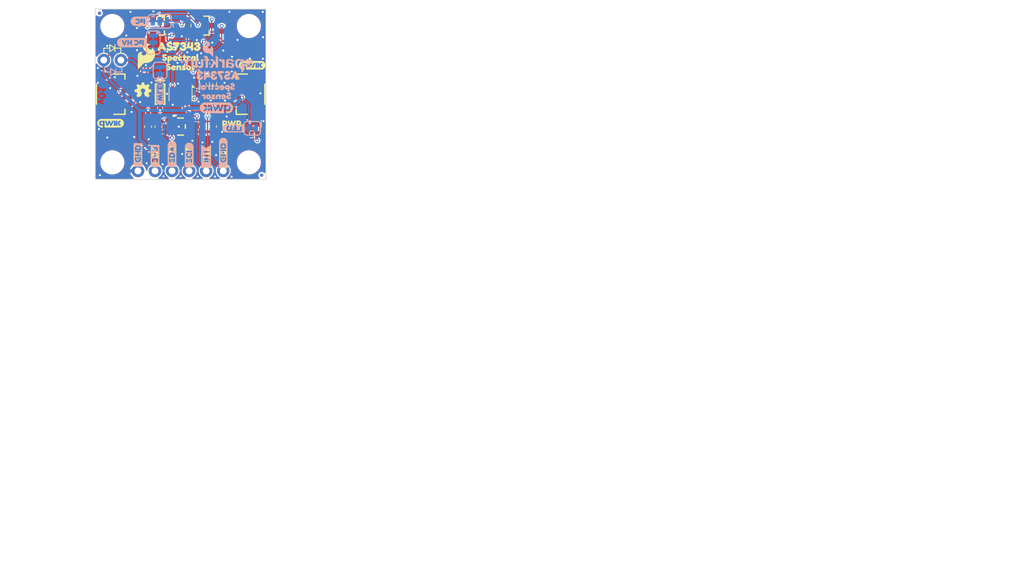
<source format=kicad_pcb>
(kicad_pcb (version 20240108) (generator "pcbnew") (generator_version "8.0")
  (title_block (title "SparkFun Spectral Sensor Breakout AS7353 Qwiic") (date "2025-04-01") (rev "v01") (company "SparkFun Electronics") (comment 1 "Based off the AS726X Qwiic by N. Seidle") (comment 2 "Designed by: P. Lewis"))
  (layers (0 "F.Cu" signal) (31 "B.Cu" signal) (34 "B.Paste" user) (35 "F.Paste" user) (36 "B.SilkS" user "B.Silkscreen") (37 "F.SilkS" user "F.Silkscreen") (38 "B.Mask" user) (39 "F.Mask" user) (44 "Edge.Cuts" user))
  (net 0 "")
  (net 1 "3.3V")
  (net 2 "GND")
  (net 3 "Net-(D1-A)")
  (net 4 "SDA")
  (net 5 "SCL")
  (net 10 "Net-(JP1-A)")
  (net 11 "Net-(JP2-A)")
  (net 12 "Net-(JP2-C)")
  (net 13 "Net-(JP4-C)")
  (net 14 "~{INT}")
  (net 15 "GPIO")
  (net 16 "1V8")
  (net 17 "SDA_1V8")
  (net 19 "Net-(U2-VDD)")
  (net 20 "SCL_1V8")
  (net 21 "Net-(D2-K)")
  (net 22 "Net-(D3-K)")
  (net 23 "Net-(JP4-A)")
  (footprint "kibuzzard-67ED7158" (layer "F.Cu") (at 129.616 107.15475 90)
    (property "Reference" "kibuzzard-67ED7158" (hide yes))
    (property "Value" "G***" (hide yes))
  )
  (footprint "SparkFun-Capacitor:C_0603_1608Metric" (layer "F.Cu") (at 140.792 102.932 -90)
    (property "Reference" "C6")
    (property "Value" "4.7uF")
    (pad "1" smd roundrect (at -0.775 0 270) (size 0.9 0.95) (layers "F.Cu" "F.Paste" "F.Mask") (net 16 "1V8"))
    (pad "2" smd roundrect (at 0.775 0 270) (size 0.9 0.95) (layers "F.Cu" "F.Paste" "F.Mask") (net 2 "GND"))
  )
  (footprint "SparkFun-Capacitor:C_0603_1608Metric" (layer "F.Cu") (at 139.268 96.582 -90)
    (property "Reference" "C3")
    (property "Value" "1.0uF")
    (pad "1" smd roundrect (at -0.775 0 270) (size 0.9 0.95) (layers "F.Cu" "F.Paste" "F.Mask") (net 2 "GND"))
    (pad "2" smd roundrect (at 0.775 0 270) (size 0.9 0.95) (layers "F.Cu" "F.Paste" "F.Mask") (net 19 "Net-(U2-VDD)"))
  )
  (footprint "SparkFun-Resistor:R_0603_1608Metric" (layer "F.Cu") (at 140.792 96.582 -90)
    (property "Reference" "R1")
    (property "Value" "22")
    (pad "1" smd roundrect (at -0.825 0 270) (size 0.8 0.95) (layers "F.Cu" "F.Paste" "F.Mask") (net 16 "1V8"))
    (pad "2" smd roundrect (at 0.825 0 270) (size 0.8 0.95) (layers "F.Cu" "F.Paste" "F.Mask") (net 19 "Net-(U2-VDD)"))
  )
  (footprint "AS7343:LUXEON_3014_SMD_LED" (layer "F.Cu") (at 132.918 98.106 90)
    (property "Reference" "D2")
    (property "Value" "White")
    (pad "1" smd rect (at 0.827 0 180) (size 0.8 1.9) (layers "F.Cu" "F.Mask") (net 21 "Net-(D2-K)"))
    (pad "2" smd rect (at -1.2 0 180) (size 0.8 1) (layers "F.Cu" "F.Mask") (net 1 "3.3V"))
  )
  (footprint "SparkFun-Aesthetic:qwiic_4mm" (layer "F.Cu") (at 125.552 102.424)
    (property "Reference" "G***" (hide yes))
    (property "Value" "LOGO" (hide yes))
  )
  (footprint "SparkFun-Capacitor:C_0603_1608Metric" (layer "F.Cu") (at 140.792 93.534 90)
    (property "Reference" "C4")
    (property "Value" "4.7uF")
    (pad "1" smd roundrect (at -0.775 0 90) (size 0.9 0.95) (layers "F.Cu" "F.Paste" "F.Mask") (net 16 "1V8"))
    (pad "2" smd roundrect (at 0.775 0 90) (size 0.9 0.95) (layers "F.Cu" "F.Paste" "F.Mask") (net 2 "GND"))
  )
  (footprint "SparkFun-LED:LED_0603_1608Metric_Red" (layer "F.Cu") (at 146.5705 102.4875 180)
    (property "Reference" "D1")
    (property "Value" "Red")
    (pad "1" smd roundrect (at -0.7875 0 180) (size 0.875 0.95) (layers "F.Cu" "F.Paste" "F.Mask") (net 2 "GND"))
    (pad "2" smd roundrect (at 0.7875 0 180) (size 0.875 0.95) (layers "F.Cu" "F.Paste" "F.Mask") (net 3 "Net-(D1-A)"))
  )
  (footprint "SparkFun-Aesthetic:Fiducial_0.5mm_Mask1mm" (layer "F.Cu") (at 123.901 86.041)
    (property "Reference" "FID3")
    (property "Value" "Fiducial_0.5mm")
    (pad "" smd circle (at 0 0) (size 0.5 0.5) (layers "F.Cu" "F.Mask") (clearance 0.25))
  )
  (footprint "SparkFun-Connector:1x06" (layer "F.Cu") (at 129.616 109.536)
    (property "Reference" "J3")
    (property "Value" "Conn_01x06")
    (pad "1" thru_hole circle (at 0 0 90) (size 1.8796 1.8796) (drill 1.016) (layers "*.Cu" "*.Mask") (net 2 "GND") (thermal_bridge_width 0.5))
    (pad "2" thru_hole circle (at 2.54 0 90) (size 1.8796 1.8796) (drill 1.016) (layers "*.Cu" "*.Mask") (net 1 "3.3V") (thermal_bridge_width 0.4) (thermal_gap 0.08))
    (pad "3" thru_hole circle (at 5.08 0 90) (size 1.8796 1.8796) (drill 1.016) (layers "*.Cu" "*.Mask") (net 4 "SDA"))
    (pad "4" thru_hole circle (at 7.62 0 90) (size 1.8796 1.8796) (drill 1.016) (layers "*.Cu" "*.Mask") (net 5 "SCL"))
    (pad "5" thru_hole circle (at 10.16 0 90) (size 1.8796 1.8796) (drill 1.016) (layers "*.Cu" "*.Mask") (net 15 "GPIO") (thermal_bridge_width 0.4) (thermal_gap 0.08))
    (pad "6" thru_hole circle (at 12.7 0 90) (size 1.8796 1.8796) (drill 1.016) (layers "*.Cu" "*.Mask") (net 14 "~{INT}"))
  )
  (footprint "SparkFun-Resistor:R_0603_1608Metric" (layer "F.Cu") (at 140.03 100.646)
    (property "Reference" "R2")
    (property "Value" "10k")
    (pad "1" smd roundrect (at -0.825 0) (size 0.8 0.95) (layers "F.Cu" "F.Paste" "F.Mask") (net 14 "~{INT}"))
    (pad "2" smd roundrect (at 0.825 0) (size 0.8 0.95) (layers "F.Cu" "F.Paste" "F.Mask") (net 16 "1V8"))
  )
  (footprint "kibuzzard-67ED694E" (layer "F.Cu") (at 139.776 107.377 90)
    (property "Reference" "kibuzzard-67ED694E" (hide yes))
    (property "Value" "G***" (hide yes))
  )
  (footprint "SparkFun-Semiconductor-Standard:SOT23-5" (layer "F.Cu") (at 135.966 102.932)
    (property "Reference" "U1")
    (property "Value" "RT9080-1.8V")
    (pad "1" smd rect (at -1.3001 -0.95 270) (size 0.55 1.2) (layers "F.Cu" "F.Paste" "F.Mask") (net 1 "3.3V"))
    (pad "2" smd rect (at -1.3001 0 270) (size 0.55 1.2) (layers "F.Cu" "F.Paste" "F.Mask") (net 2 "GND"))
    (pad "3" smd rect (at -1.3001 0.95 270) (size 0.55 1.2) (layers "F.Cu" "F.Paste" "F.Mask") (net 1 "3.3V"))
    (pad "4" smd rect (at 1.3001 0.95 270) (size 0.55 1.2) (layers "F.Cu" "F.Paste" "F.Mask"))
    (pad "5" smd rect (at 1.3001 -0.95 270) (size 0.55 1.2) (layers "F.Cu" "F.Paste" "F.Mask") (net 16 "1V8"))
  )
  (footprint "SparkFun-Connector:JST_SMD_1.0mm-4_Black" (layer "F.Cu") (at 143.9035 98.106 90)
    (property "Reference" "J1")
    (property "Value" "Qwiic_RA")
    (pad "1" smd rect (at -1.5 0 90) (size 0.6 1.35) (layers "F.Cu" "F.Paste" "F.Mask") (net 2 "GND"))
    (pad "2" smd rect (at -0.5 0 90) (size 0.6 1.35) (layers "F.Cu" "F.Paste" "F.Mask") (net 1 "3.3V"))
    (pad "3" smd rect (at 0.5 0 90) (size 0.6 1.35) (layers "F.Cu" "F.Paste" "F.Mask") (net 4 "SDA"))
    (pad "4" smd rect (at 1.5 0 90) (size 0.6 1.35) (layers "F.Cu" "F.Paste" "F.Mask") (net 5 "SCL"))
    (pad "NC1" smd rect (at 2.8 3.675 90) (size 1.2 2) (layers "F.Cu" "F.Paste" "F.Mask"))
    (pad "NC2" smd rect (at -2.8 3.675 90) (size 1.2 2) (layers "F.Cu" "F.Paste" "F.Mask"))
  )
  (footprint "SparkFun-Hardware:Standoff" (layer "F.Cu") (at 146.126 108.266)
    (property "Reference" "ST3")
    (property "Value" "Standoff")
    (pad "" np_thru_hole circle (at 0 0) (size 3.1 3.1) (drill 3.1) (layers "F&B.Cu" "*.Mask"))
  )
  (footprint "SparkFun-Aesthetic:OSHW_Logo_2.5mm" (layer "F.Cu") (at 130.378 97.598)
    (property "Reference" "Ref**" (hide yes))
    (property "Value" "Val**" (hide yes))
  )
  (footprint "SparkFun-Aesthetic:Fiducial_0.5mm_Mask1mm" (layer "F.Cu") (at 148.031 110.171)
    (property "Reference" "FID4")
    (property "Value" "Fiducial_0.5mm")
    (pad "" smd circle (at 0 0) (size 0.5 0.5) (layers "F.Cu" "F.Mask") (clearance 0.25))
  )
  (footprint "AS7343:AMS_OLGA-8_2x3.1mm_P0.8mm" (layer "F.Cu") (at 135.966 98.106 -90)
    (property "Reference" "U2")
    (property "Value" "AS7343")
    (pad "1" smd roundrect (at -0.638 -1.2 270) (size 0.575 0.488) (layers "F.Cu" "F.Paste" "F.Mask") (roundrect_rratio 0) (chamfer_ratio 0.3625) (chamfer bottom_right) (net 19 "Net-(U2-VDD)"))
    (pad "2" smd rect (at -0.638 -0.4 270) (size 0.575 0.488) (layers "F.Cu" "F.Paste" "F.Mask") (net 20 "SCL_1V8"))
    (pad "3" smd rect (at -0.638 0.4 270) (size 0.575 0.488) (layers "F.Cu" "F.Paste" "F.Mask") (net 2 "GND"))
    (pad "4" smd rect (at -0.638 1.2 270) (size 0.575 0.488) (layers "F.Cu" "F.Paste" "F.Mask") (net 22 "Net-(D3-K)"))
    (pad "5" smd rect (at 0.638 1.2 270) (size 0.575 0.488) (layers "F.Cu" "F.Paste" "F.Mask") (net 2 "GND"))
    (pad "6" smd rect (at 0.638 0.4 270) (size 0.575 0.488) (layers "F.Cu" "F.Paste" "F.Mask") (net 15 "GPIO"))
    (pad "7" smd rect (at 0.638 -0.4 270) (size 0.575 0.488) (layers "F.Cu" "F.Paste" "F.Mask") (net 14 "~{INT}"))
    (pad "8" smd rect (at 0.638 -1.2 270) (size 0.575 0.488) (layers "F.Cu" "F.Paste" "F.Mask") (net 17 "SDA_1V8"))
  )
  (footprint "kibuzzard-67ED6905" (layer "F.Cu") (at 137.236 107.15475 90)
    (property "Reference" "kibuzzard-67ED6905" (hide yes))
    (property "Value" "G***" (hide yes))
  )
  (footprint "SparkFun-Connector:JST_SMD_1.0mm-4_Black" (layer "F.Cu") (at 128.0285 98.106 -90)
    (property "Reference" "J2")
    (property "Value" "Qwiic_RA")
    (pad "1" smd rect (at -1.5 0 270) (size 0.6 1.35) (layers "F.Cu" "F.Paste" "F.Mask") (net 2 "GND"))
    (pad "2" smd rect (at -0.5 0 270) (size 0.6 1.35) (layers "F.Cu" "F.Paste" "F.Mask") (net 1 "3.3V"))
    (pad "3" smd rect (at 0.5 0 270) (size 0.6 1.35) (layers "F.Cu" "F.Paste" "F.Mask") (net 4 "SDA"))
    (pad "4" smd rect (at 1.5 0 270) (size 0.6 1.35) (layers "F.Cu" "F.Paste" "F.Mask") (net 5 "SCL"))
    (pad "NC1" smd rect (at 2.8 3.675 270) (size 1.2 2) (layers "F.Cu" "F.Paste" "F.Mask"))
    (pad "NC2" smd rect (at -2.8 3.675 270) (size 1.2 2) (layers "F.Cu" "F.Paste" "F.Mask"))
  )
  (footprint "SparkFun-Connector:1x02" (layer "F.Cu") (at 127.076 93.026 180)
    (property "Reference" "D3")
    (property "Value" "LED")
    (pad "1" thru_hole circle (at 0 0 270) (size 1.8796 1.8796) (drill 1.016) (layers "*.Cu" "*.Mask") (net 22 "Net-(D3-K)"))
    (pad "2" thru_hole circle (at 2.54 0 270) (size 1.8796 1.8796) (drill 1.016) (layers "*.Cu" "*.Mask") (net 1 "3.3V"))
  )
  (footprint "SparkFun-Aesthetic:qwiic_4mm" (layer "F.Cu") (at 146.634 93.788)
    (property "Reference" "G***" (hide yes))
    (property "Value" "LOGO" (hide yes))
  )
  (footprint "SparkFun-Semiconductor-Standard:SOT23-3" (layer "F.Cu") (at 139.522 87.883)
    (property "Reference" "Q1")
    (property "Value" "BSS138")
    (pad "1" smd rect (at -1 -0.95 270) (size 0.8 0.9) (layers "F.Cu" "F.Paste" "F.Mask") (net 1 "3.3V"))
    (pad "2" smd rect (at -1 0.95 270) (size 0.8 0.9) (layers "F.Cu" "F.Paste" "F.Mask") (net 5 "SCL"))
    (pad "3" smd rect (at 1.1 0 270) (size 0.8 0.9) (layers "F.Cu" "F.Paste" "F.Mask") (net 20 "SCL_1V8"))
  )
  (footprint "SparkFun-Resistor:R_0603_1608Metric" (layer "F.Cu") (at 136.982 87.883 -90)
    (property "Reference" "R5")
    (property "Value" "2.2k")
    (pad "1" smd roundrect (at -0.825 0 270) (size 0.8 0.95) (layers "F.Cu" "F.Paste" "F.Mask") (net 11 "Net-(JP2-A)"))
    (pad "2" smd roundrect (at 0.825 0 270) (size 0.8 0.95) (layers "F.Cu" "F.Paste" "F.Mask") (net 5 "SCL"))
  )
  (footprint "SparkFun-Aesthetic:SparkFun_Flame_4mm" (layer "F.Cu") (at 130.886 92.518)
    (property "Reference" "G***" (hide yes))
    (property "Value" "Flame" (hide yes))
  )
  (footprint "SparkFun-Capacitor:C_0603_1608Metric" (layer "F.Cu") (at 132.664 102.932 -90)
    (property "Reference" "C2")
    (property "Value" "0.1uF")
    (pad "1" smd roundrect (at -0.775 0 270) (size 0.9 0.95) (layers "F.Cu" "F.Paste" "F.Mask") (net 1 "3.3V"))
    (pad "2" smd roundrect (at 0.775 0 270) (size 0.9 0.95) (layers "F.Cu" "F.Paste" "F.Mask") (net 2 "GND"))
  )
  (footprint "kibuzzard-65A8A8B4" (layer "F.Cu") (at 143.586 102.4875)
    (property "Reference" "kibuzzard-65A8A8B4" (hide yes))
    (property "Value" "G***" (hide yes))
  )
  (footprint "SparkFun-Resistor:R_0603_1608Metric" (layer "F.Cu") (at 146.5705 104.075)
    (property "Reference" "R3")
    (property "Value" "4.7k")
    (pad "1" smd roundrect (at -0.825 0) (size 0.8 0.95) (layers "F.Cu" "F.Paste" "F.Mask") (net 3 "Net-(D1-A)"))
    (pad "2" smd roundrect (at 0.825 0) (size 0.8 0.95) (layers "F.Cu" "F.Paste" "F.Mask") (net 10 "Net-(JP1-A)"))
  )
  (footprint "SparkFun-Resistor:R_0603_1608Metric" (layer "F.Cu") (at 130.3145 87.883 90)
    (property "Reference" "R4")
    (property "Value" "2.2k")
    (pad "1" smd roundrect (at -0.825 0 90) (size 0.8 0.95) (layers "F.Cu" "F.Paste" "F.Mask") (net 4 "SDA"))
    (pad "2" smd roundrect (at 0.825 0 90) (size 0.8 0.95) (layers "F.Cu" "F.Paste" "F.Mask") (net 12 "Net-(JP2-C)"))
  )
  (footprint "kibuzzard-67BF7CFE" (layer "F.Cu") (at 134.696 106.996 90)
    (property "Reference" "kibuzzard-67BF7CFE" (hide yes))
    (property "Value" "G***" (hide yes))
  )
  (footprint "SparkFun-Aesthetic:Creative_Commons_License" (layer "F.Cu") (at 214.63 168.91)
    (property "Reference" "G4" (hide yes))
    (property "Value" "OSHW_Logo" (hide yes))
  )
  (footprint "kibuzzard-67ED66D1" (layer "F.Cu") (at 135.712 90.994)
    (property "Reference" "kibuzzard-67ED66D1" (hide yes))
    (property "Value" "G***" (hide yes))
  )
  (footprint "SparkFun-Hardware:Standoff" (layer "F.Cu") (at 146.126 87.946)
    (property "Reference" "ST2")
    (property "Value" "Standoff")
    (pad "" np_thru_hole circle (at 0 0) (size 3.1 3.1) (drill 3.1) (layers "F&B.Cu" "*.Mask"))
  )
  (footprint "SparkFun-Capacitor:C_0603_1608Metric" (layer "F.Cu") (at 139.268 102.932 -90)
    (property "Reference" "C1")
    (property "Value" "0.1uF")
    (pad "1" smd roundrect (at -0.775 0 270) (size 0.9 0.95) (layers "F.Cu" "F.Paste" "F.Mask") (net 16 "1V8"))
    (pad "2" smd roundrect (at 0.775 0 270) (size 0.9 0.95) (layers "F.Cu" "F.Paste" "F.Mask") (net 2 "GND"))
  )
  (footprint "SparkFun-Hardware:Standoff" (layer "F.Cu") (at 125.806 87.946)
    (property "Reference" "ST1")
    (property "Value" "Standoff")
    (pad "" np_thru_hole circle (at 0 0) (size 3.1 3.1) (drill 3.1) (layers "F&B.Cu" "*.Mask"))
  )
  (footprint "kibuzzard-67ED66FD" (layer "F.Cu") (at 135.966 94.042)
    (property "Reference" "kibuzzard-67ED66FD" (hide yes))
    (property "Value" "G***" (hide yes))
  )
  (footprint "kibuzzard-67ED691F" (layer "F.Cu") (at 142.316 106.869 90)
    (property "Reference" "kibuzzard-67ED691F" (hide yes))
    (property "Value" "G***" (hide yes))
  )
  (footprint "SparkFun-Resistor:R_0603_1608Metric" (layer "F.Cu") (at 142.062 87.883 90)
    (property "Reference" "R8")
    (property "Value" "2.2k")
    (pad "1" smd roundrect (at -0.825 0 90) (size 0.8 0.95) (layers "F.Cu" "F.Paste" "F.Mask") (net 13 "Net-(JP4-C)"))
    (pad "2" smd roundrect (at 0.825 0 90) (size 0.8 0.95) (layers "F.Cu" "F.Paste" "F.Mask") (net 20 "SCL_1V8"))
  )
  (footprint "SparkFun-Capacitor:C_0603_1608Metric" (layer "F.Cu") (at 131.14 102.932 -90)
    (property "Reference" "C5")
    (property "Value" "4.7uF")
    (pad "1" smd roundrect (at -0.775 0 270) (size 0.9 0.95) (layers "F.Cu" "F.Paste" "F.Mask") (net 1 "3.3V"))
    (pad "2" smd roundrect (at 0.775 0 270) (size 0.9 0.95) (layers "F.Cu" "F.Paste" "F.Mask") (net 2 "GND"))
  )
  (footprint "SparkFun-Resistor:R_0603_1608Metric" (layer "F.Cu") (at 135.3945 87.883 90)
    (property "Reference" "R7")
    (property "Value" "2.2k")
    (pad "1" smd roundrect (at -0.825 0 90) (size 0.8 0.95) (layers "F.Cu" "F.Paste" "F.Mask") (net 23 "Net-(JP4-A)"))
    (pad "2" smd roundrect (at 0.825 0 90) (size 0.8 0.95) (layers "F.Cu" "F.Paste" "F.Mask") (net 17 "SDA_1V8"))
  )
  (footprint "kibuzzard-67ED714F" (layer "F.Cu") (at 132.156 107.3135 90)
    (property "Reference" "kibuzzard-67ED714F" (hide yes))
    (property "Value" "G***" (hide yes))
  )
  (footprint "SparkFun-Semiconductor-Standard:SOT23-3" (layer "F.Cu") (at 132.8545 87.883)
    (property "Reference" "Q2")
    (property "Value" "BSS138")
    (pad "1" smd rect (at -1 -0.95 270) (size 0.8 0.9) (layers "F.Cu" "F.Paste" "F.Mask") (net 1 "3.3V"))
    (pad "2" smd rect (at -1 0.95 270) (size 0.8 0.9) (layers "F.Cu" "F.Paste" "F.Mask") (net 4 "SDA"))
    (pad "3" smd rect (at 1.1 0 270) (size 0.8 0.9) (layers "F.Cu" "F.Paste" "F.Mask") (net 17 "SDA_1V8"))
  )
  (footprint "kibuzzard-67ED66F3" (layer "F.Cu") (at 135.966 92.772)
    (property "Reference" "kibuzzard-67ED66F3" (hide yes))
    (property "Value" "G***" (hide yes))
  )
  (footprint "SparkFun-Hardware:Standoff" (layer "F.Cu") (at 125.806 108.266)
    (property "Reference" "ST4")
    (property "Value" "Standoff")
    (pad "" np_thru_hole circle (at 0 0) (size 3.1 3.1) (drill 3.1) (layers "F&B.Cu" "*.Mask"))
  )
  (footprint "kibuzzard-67ED7915" (layer "B.Cu") (at 132.92 97.781 90)
    (property "Reference" "kibuzzard-67ED7915" (hide yes))
    (property "Value" "G***" (hide yes))
  )
  (footprint "SparkFun-Jumper:Jumper_3_NC-2_Trace" (layer "B.Cu") (at 132.8545 87.248 180)
    (property "Reference" "JP2")
    (property "Value" "I2C")
    (fp_poly (pts (xy 0.262 0.173) (xy 0.762 0.173) (xy 0.762 -0.127) (xy 0.262 -0.127)) (fill solid) (layer "B.Cu"))
    (fp_poly (pts (xy -0.7707 0.15) (xy -0.2707 0.15) (xy -0.2707 -0.15) (xy -0.7707 -0.15)) (fill solid) (layer "B.Cu"))
    (pad "1" smd rect (at -1.0414 0 180) (size 0.6604 1.27) (layers "B.Cu" "B.Mask") (net 11 "Net-(JP2-A)"))
    (pad "2" smd rect (at 0 0 180) (size 0.6604 1.27) (layers "B.Cu" "B.Mask") (net 1 "3.3V"))
    (pad "3" smd rect (at 1.0414 0) (size 0.6604 1.27) (layers "B.Cu" "B.Mask") (net 12 "Net-(JP2-C)"))
  )
  (footprint "SparkFun-Jumper:Jumper_2_NC_Trace" (layer "B.Cu") (at 146.634 103.186 180)
    (property "Reference" "JP1")
    (property "Value" "LED")
    (fp_poly (pts (xy -0.25 0.15) (xy 0.25 0.15) (xy 0.25 -0.15) (xy -0.25 -0.15)) (fill solid) (layer "B.Cu"))
    (pad "1" smd rect (at -0.5207 0 180) (size 0.6604 1.27) (layers "B.Cu" "B.Mask") (net 10 "Net-(JP1-A)"))
    (pad "2" smd rect (at 0.5207 0 180) (size 0.6604 1.27) (layers "B.Cu" "B.Mask") (net 1 "3.3V"))
  )
  (footprint "SparkFun-Aesthetic:Fiducial_0.5mm_Mask1mm" (layer "B.Cu") (at 123.901 86.041 180)
    (property "Reference" "FID2")
    (property "Value" "Fiducial_0.5mm")
    (pad "" smd circle (at 0 0 180) (size 0.5 0.5) (layers "B.Cu" "B.Mask") (clearance 0.25))
  )
  (footprint "kibuzzard-67BF7F13" (layer "B.Cu") (at 134.696 106.996 90)
    (property "Reference" "kibuzzard-67BF7F13" (hide yes))
    (property "Value" "G***" (hide yes))
  )
  (footprint "SparkFun-Aesthetic:Fiducial_0.5mm_Mask1mm" (layer "B.Cu") (at 148.031 110.171 180)
    (property "Reference" "FID1")
    (property "Value" "Fiducial_0.5mm")
    (pad "" smd circle (at 0 0 180) (size 0.5 0.5) (layers "B.Cu" "B.Mask") (clearance 0.25))
  )
  (footprint "kibuzzard-67ED66FD" (layer "B.Cu") (at 141.3 98.36 180)
    (property "Reference" "kibuzzard-67ED66FD" (hide yes))
    (property "Value" "G***" (hide yes))
  )
  (footprint "kibuzzard-67BF7F2F" (layer "B.Cu") (at 137.236 107.15475 90)
    (property "Reference" "kibuzzard-67BF7F2F" (hide yes))
    (property "Value" "G***" (hide yes))
  )
  (footprint "kibuzzard-67ED66F3" (layer "B.Cu") (at 141.3 97.09 180)
    (property "Reference" "kibuzzard-67ED66F3" (hide yes))
    (property "Value" "G***" (hide yes))
  )
  (footprint "kibuzzard-67ED694E" (layer "B.Cu") (at 139.776 107.377 90)
    (property "Reference" "kibuzzard-67ED694E" (hide yes))
    (property "Value" "G***" (hide yes))
  )
  (footprint "SparkFun-Aesthetic:SparkFun_Logo_10mm" (layer "B.Cu") (at 141.769209 93.505106 180)
    (property "Reference" "G***" (hide yes))
    (property "Value" "LOGO" (hide yes))
  )
  (footprint "kibuzzard-67ED7177" (layer "B.Cu") (at 132.156 107.3135 90)
    (property "Reference" "kibuzzard-67ED7177" (hide yes))
    (property "Value" "G***" (hide yes))
  )
  (footprint "SparkFun-Jumper:Jumper_3_NC-2_Trace" (layer "B.Cu") (at 131.902 90.423 -90)
    (property "Reference" "JP4")
    (property "Value" "I2C HV")
    (fp_poly (pts (xy 0.262 0.173) (xy 0.762 0.173) (xy 0.762 -0.127) (xy 0.262 -0.127)) (fill solid) (layer "B.Cu"))
    (fp_poly (pts (xy -0.7707 0.15) (xy -0.2707 0.15) (xy -0.2707 -0.15) (xy -0.7707 -0.15)) (fill solid) (layer "B.Cu"))
    (pad "1" smd rect (at -1.0414 0 270) (size 0.6604 1.27) (layers "B.Cu" "B.Mask") (net 23 "Net-(JP4-A)"))
    (pad "2" smd rect (at 0 0 270) (size 0.6604 1.27) (layers "B.Cu" "B.Mask") (net 16 "1V8"))
    (pad "3" smd rect (at 1.0414 0 90) (size 0.6604 1.27) (layers "B.Cu" "B.Mask") (net 13 "Net-(JP4-C)"))
  )
  (footprint "kibuzzard-67ED66D1" (layer "B.Cu") (at 141.554 95.312 180)
    (property "Reference" "kibuzzard-67ED66D1" (hide yes))
    (property "Value" "G***" (hide yes))
  )
  (footprint "kibuzzard-67D9D97F" (layer "B.Cu") (at 129.83825 87.248 180)
    (property "Reference" "kibuzzard-67D9D97F" (hide yes))
    (property "Value" "G***" (hide yes))
  )
  (footprint "SparkFun-Jumper:Jumper_2_NC_Trace" (layer "B.Cu") (at 132.914 94.577 90)
    (property "Reference" "JP3")
    (property "Value" "WLED")
    (fp_poly (pts (xy -0.25 0.15) (xy 0.25 0.15) (xy 0.25 -0.15) (xy -0.25 -0.15)) (fill solid) (layer "B.Cu"))
    (pad "1" smd rect (at -0.5207 0 90) (size 0.6604 1.27) (layers "B.Cu" "B.Mask") (net 21 "Net-(D2-K)"))
    (pad "2" smd rect (at 0.5207 0 90) (size 0.6604 1.27) (layers "B.Cu" "B.Mask") (net 22 "Net-(D3-K)"))
  )
  (footprint "kibuzzard-67D9D996" (layer "B.Cu") (at 128.727 90.423 180)
    (property "Reference" "kibuzzard-67D9D996" (hide yes))
    (property "Value" "G***" (hide yes))
  )
  (footprint "kibuzzard-67ED691F" (layer "B.Cu") (at 142.316 106.869 90)
    (property "Reference" "kibuzzard-67ED691F" (hide yes))
    (property "Value" "G***" (hide yes))
  )
  (footprint "kibuzzard-67D9E7C1" (layer "B.Cu") (at 143.7765 103.186 180)
    (property "Reference" "kibuzzard-67D9E7C1" (hide yes))
    (property "Value" "G***" (hide yes))
  )
  (footprint "SparkFun-Aesthetic:qwiic_5mm" (layer "B.Cu") (at 141.3 100.138 180)
    (property "Reference" "G***" (hide yes))
    (property "Value" "LOGO" (hide yes))
  )
  (footprint "kibuzzard-67ED716A" (layer "B.Cu") (at 129.616 107.15475 90)
    (property "Reference" "kibuzzard-67ED716A" (hide yes))
    (property "Value" "G***" (hide yes))
  )
  (gr_line (start 125.552 95.312) (end 126.314 94.804) (stroke (width 0.15)) (layer "B.SilkS"))
  (gr_line (start 126.314 94.804) (end 126.314 95.312) (stroke (width 0.15)) (layer "B.SilkS"))
  (gr_line (start 127.203 94.804) (end 127.203 94.042) (stroke (width 0.15)) (layer "B.SilkS"))
  (gr_line (start 126.314 94.804) (end 126.314 94.296) (stroke (width 0.15)) (layer "B.SilkS"))
  (gr_line (start 124.663 94.804) (end 125.552 94.804) (stroke (width 0.15)) (layer "B.SilkS"))
  (gr_line (start 126.314 94.804) (end 127.203 94.804) (stroke (width 0.15)) (layer "B.SilkS"))
  (gr_line (start 126.314 94.804) (end 125.552 94.296) (stroke (width 0.15)) (layer "B.SilkS"))
  (gr_line (start 124.663 94.042) (end 124.663 94.804) (stroke (width 0.15)) (layer "B.SilkS"))
  (gr_line (start 125.552 94.804) (end 125.552 95.312) (stroke (width 0.15)) (layer "B.SilkS"))
  (gr_line (start 125.552 94.296) (end 125.552 94.804) (stroke (width 0.15)) (layer "B.SilkS"))
  (gr_line (start 125.425 91.756) (end 125.425 91.248) (stroke (width 0.15)) (layer "F.SilkS"))
  (gr_line (start 125.425 90.74) (end 126.187 91.248) (stroke (width 0.15)) (layer "F.SilkS"))
  (gr_line (start 126.187 91.248) (end 126.187 90.74) (stroke (width 0.15)) (layer "F.SilkS"))
  (gr_line (start 124.536 92.01) (end 124.536 91.248) (stroke (width 0.15)) (layer "F.SilkS"))
  (gr_line (start 126.187 91.248) (end 127.076 91.248) (stroke (width 0.15)) (layer "F.SilkS"))
  (gr_line (start 125.425 91.248) (end 125.425 90.74) (stroke (width 0.15)) (layer "F.SilkS"))
  (gr_line (start 126.187 91.248) (end 125.425 91.756) (stroke (width 0.15)) (layer "F.SilkS"))
  (gr_line (start 127.076 91.248) (end 127.076 92.01) (stroke (width 0.15)) (layer "F.SilkS"))
  (gr_line (start 126.187 91.248) (end 126.187 91.756) (stroke (width 0.15)) (layer "F.SilkS"))
  (gr_line (start 124.536 91.248) (end 125.425 91.248) (stroke (width 0.15)) (layer "F.SilkS"))
  (gr_rect (start 123.266 85.406) (end 148.666 110.806) (stroke (width 0.1)) (fill none) (layer "Edge.Cuts"))
  (gr_text "v01" (at 124.161 98.264 270) (layer "B.Cu" knockout) (effects (font (size 1.016 1.016) (thickness 0.254) (bold yes)) (justify mirror)))
  (segment (start 133.559 101.982) (end 134.6659 101.982) (width 0.5588) (layer "F.Cu") (net 1))
  (segment (start 131.8545 86.933) (end 131.2725 86.351) (width 0.2032) (layer "F.Cu") (net 1))
  (segment (start 129.749 86.351) (end 128.843 87.257) (width 0.2032) (layer "F.Cu") (net 1))
  (segment (start 128.843 89.396) (end 126.926 91.313) (width 0.2032) (layer "F.Cu") (net 1))
  (segment (start 131.14 100.515) (end 131.144 100.511) (width 0.5588) (layer "F.Cu") (net 1))
  (segment (start 131.2725 86.351) (end 129.749 86.351) (width 0.2032) (layer "F.Cu") (net 1))
  (segment (start 134.6659 104.5729) (end 134.677 104.584) (width 0.2032) (layer "F.Cu") (net 1))
  (segment (start 132.918 100.506) (end 132.913 100.511) (width 0.5588) (layer "F.Cu") (net 1))
  (segment (start 131.14 102.157) (end 131.14 100.515) (width 0.5588) (layer "F.Cu") (net 1))
  (segment (start 131.14 102.157) (end 132.664 102.157) (width 0.5588) (layer "F.Cu") (net 1))
  (segment (start 128.0285 97.606) (end 126.995 97.606) (width 0.5588) (layer "F.Cu") (net 1))
  (segment (start 128.843 87.257) (end 128.843 89.396) (width 0.2032) (layer "F.Cu") (net 1))
  (segment (start 132.918 99.306) (end 132.918 100.506) (width 0.5588) (layer "F.Cu") (net 1))
  (segment (start 138.522 87.738) (end 138.541 87.757) (width 0.2032) (layer "F.Cu") (net 1))
  (segment (start 143.9035 98.606) (end 145.102 98.606) (width 0.5588) (layer "F.Cu") (net 1))
  (segment (start 132.4745 86.313) (end 131.8545 86.933) (width 0.2032) (layer "F.Cu") (net 1))
  (segment (start 126.926 91.313) (end 126.249 91.313) (width 0.2032) (layer "F.Cu") (net 1))
  (segment (start 133.384 102.157) (end 133.559 101.982) (width 0.5588) (layer "F.Cu") (net 1))
  (segment (start 138.522 86.933) (end 138.522 87.738) (width 0.2032) (layer "F.Cu") (net 1))
  (segment (start 134.6659 103.882) (end 134.6659 104.5729) (width 0.2032) (layer "F.Cu") (net 1))
  (segment (start 132.664 102.157) (end 133.384 102.157) (width 0.5588) (layer "F.Cu") (net 1))
  (segment (start 126.995 97.606) (end 126.984 97.617) (width 0.5588) (layer "F.Cu") (net 1))
  (segment (start 145.102 98.606) (end 145.11 98.614) (width 0.5588) (layer "F.Cu") (net 1))
  (segment (start 132.8545 86.313) (end 132.4745 86.313) (width 0.2032) (layer "F.Cu") (net 1))
  (segment (start 126.249 91.313) (end 124.536 93.026) (width 0.2032) (layer "F.Cu") (net 1))
  (via (at 133.559 101.982) (size 0.56) (drill 0.3) (layers "F.Cu" "B.Cu") (net 1))
  (via (at 131.144 100.511) (size 0.56) (drill 0.3) (layers "F.Cu" "B.Cu") (net 1))
  (via (at 132.8545 86.313) (size 0.56) (drill 0.3) (layers "F.Cu" "B.Cu") (net 1))
  (via (at 132.913 100.511) (size 0.56) (drill 0.3) (layers "F.Cu" "B.Cu") (net 1))
  (via (at 138.541 87.757) (size 0.56) (drill 0.3) (layers "F.Cu" "B.Cu") (net 1))
  (via (at 134.677 104.584) (size 0.56) (drill 0.3) (layers "F.Cu" "B.Cu") (net 1))
  (via (at 126.984 97.617) (size 0.56) (drill 0.3) (layers "F.Cu" "B.Cu") (net 1))
  (via (at 145.11 98.614) (size 0.56) (drill 0.3) (layers "F.Cu" "B.Cu") (net 1))
  (segment (start 134.677 104.584) (end 134.081 104.584) (width 0.2032) (layer "B.Cu") (net 1))
  (segment (start 132.8545 86.313) (end 132.8545 87.248) (width 0.2032) (layer "B.Cu") (net 1))
  (segment (start 136.54 100.512) (end 132.914 100.512) (width 0.5588) (layer "B.Cu") (net 1))
  (segment (start 133.559 104.062) (end 133.559 101.982) (width 0.2032) (layer "B.Cu") (net 1))
  (segment (start 145.11 98.614) (end 143.522 100.202) (width 0.5588) (layer "B.Cu") (net 1))
  (segment (start 129.878 100.511) (end 131.144 100.511) (width 0.5588) (layer "B.Cu") (net 1))
  (segment (start 146.1133 99.6173) (end 145.11 98.614) (width 0.2032) (layer "B.Cu") (net 1))
  (segment (start 126.984 97.617) (end 129.878 100.511) (width 0.5588) (layer "B.Cu") (net 1))
  (segment (start 132.156 109.536) (end 132.156 107.083) (width 0.5588) (layer "B.Cu") (net 1))
  (segment (start 134.081 104.584) (end 133.559 104.062) (width 0.2032) (layer "B.Cu") (net 1))
  (segment (start 136.795 86.011) (end 133.1565 86.011) (width 0.2032) (layer "B.Cu") (net 1))
  (segment (start 136.85 100.202) (end 136.54 100.512) (width 0.5588) (layer "B.Cu") (net 1))
  (segment (start 129.878 104.805) (end 129.878 100.511) (width 0.5588) (layer "B.Cu") (net 1))
  (segment (start 146.1133 103.186) (end 146.1133 99.6173) (width 0.2032) (layer "B.Cu") (net 1))
  (segment (start 133.1565 86.011) (end 132.8545 86.313) (width 0.2032) (layer "B.Cu") (net 1))
  (segment (start 124.536 95.169) (end 124.536 93.026) (width 0.4064) (layer "B.Cu") (net 1))
  (segment (start 131.144 100.511) (end 132.913 100.511) (width 0.5588) (layer "B.Cu") (net 1))
  (segment (start 143.522 100.202) (end 136.85 100.202) (width 0.5588) (layer "B.Cu") (net 1))
  (segment (start 132.914 100.512) (end 132.913 100.511) (width 0.5588) (layer "B.Cu") (net 1))
  (segment (start 138.541 87.757) (end 136.795 86.011) (width 0.2032) (layer "B.Cu") (net 1))
  (segment (start 126.984 97.617) (end 124.536 95.169) (width 0.4064) (layer "B.Cu") (net 1))
  (segment (start 132.156 107.083) (end 129.878 104.805) (width 0.5588) (layer "B.Cu") (net 1))
  (via (at 135.602 96.522) (size 0.56) (drill 0.3) (layers "F.Cu" "B.Cu") (net 2))
  (via (at 138.766 93.436) (size 0.56) (drill 0.3) (layers "F.Cu" "B.Cu") (net 2))
  (via (at 135.251 101.274598) (size 0.56) (drill 0.3) (layers "F.Cu" "B.Cu") (net 2))
  (via (at 137.714 105.046) (size 0.56) (drill 0.3) (layers "F.Cu" "B.Cu") (net 2))
  (via (at 146.279 92.787) (size 0.56) (drill 0.3) (layers "F.Cu" "B.Cu") (net 2))
  (via (at 143.615 92.523) (size 0.56) (drill 0.3) (layers "F.Cu" "B.Cu") (net 2))
  (via (at 125.476 97.206) (size 0.56) (drill 0.3) (layers "F.Cu" "B.Cu") (net 2))
  (via (at 130.802 93.784) (size 0.56) (drill 0.3) (layers "F.Cu" "B.Cu") (net 2))
  (via (at 129.454409 88.257908) (size 0.56) (drill 0.3) (layers "F.Cu" "B.Cu") (net 2))
  (via (at 131.637 96.371) (size 0.56) (drill 0.3) (layers "F.Cu" "B.Cu") (net 2))
  (via (at 140.68 90.417) (size 0.56) (drill 0.3) (layers "F.Cu" "B.Cu") (net 2))
  (via (at 142.814 101.426) (size 0.56) (drill 0.3) (layers "F.Cu" "B.Cu") (net 2))
  (via (at 131.216 104.818) (size 0.56) (drill 0.3) (layers "F.Cu" "B.Cu") (net 2))
  (via (at 136.206 107.007) (size 0.56) (drill 0.3) (layers "F.Cu" "B.Cu") (net 2))
  (via (at 131.915 85.785) (size 0.56) (drill 0.3) (layers "F.Cu" "B.Cu") (net 2))
  (via (at 123.805 103.309) (size 0.56) (drill 0.3) (layers "F.Cu" "B.Cu") (net 2))
  (via (at 139.224 105.29) (size 0.56) (drill 0.3) (layers "F.Cu" "B.Cu") (net 2))
  (via (at 139.02 92.028) (size 0.56) (drill 0.3) (layers "F.Cu" "B.Cu") (net 2))
  (via (at 123.654 96.409) (size 0.56) (drill 0.3) (layers "F.Cu" "B.Cu") (net 2))
  (via (at 148.209 92.832) (size 0.56) (drill 0.3) (layers "F.Cu" "B.Cu") (net 2))
  (via (at 143.229 85.835) (size 0.56) (drill 0.3) (layers "F.Cu" "B.Cu") (net 2))
  (via (at 136.967 91.857) (size 0.56) (drill 0.3) (layers "F.Cu" "B.Cu") (net 2))
  (via (at 148.298 102.123) (size 0.56) (drill 0.3) (layers "F.Cu" "B.Cu") (net 2))
  (via (at 138.504 110.389) (size 0.56) (drill 0.3) (layers "F.Cu" "B.Cu") (net 2))
  (via (at 126.16 95.582) (size 0.56) (drill 0.3) (layers "F.Cu" "B.Cu") (net 2))
  (via (at 140.454 99.025) (size 0.56) (drill 0.3) (layers "F.Cu" "B.Cu") (net 2))
  (via (at 138.378 90.04) (size 0.56) (drill 0.3) (layers "F.Cu" "B.Cu") (net 2))
  (via (at 137.979 95.65) (size 0.56) (drill 0.3) (layers "F.Cu" "B.Cu") (net 2))
  (via (at 134.796 99.675) (size 0.56) (drill 0.3) (layers "F.Cu" "B.Cu") (net 2))
  (via (at 133.433 110.345) (size 0.56) (drill 0.3) (layers "F.Cu" "B.Cu") (net 2))
  (via (at 144.43873 90.021667) (size 0.56) (drill 0.3) (layers "F.Cu" "B.Cu") (net 2))
  (via (at 133.975 91.742) (size 0.56) (drill 0.3) (layers "F.Cu" "B.Cu") (net 2))
  (via (at 142.313 91.602) (size 0.56) (drill 0.3) (layers "F.Cu" "B.Cu") (net 2))
  (via (at 127.883 89.361) (size 0.56) (drill 0.3) (layers "F.Cu" "B.Cu") (net 2))
  (via (at 148.241 89.612) (size 0.56) (drill 0.3) (layers "F.Cu" "B.Cu") (net 2))
  (via (at 130.916 108.398) (size 0.56) (drill 0.3) (layers "F.Cu" "B.Cu") (net 2))
  (via (at 142.504 96.414) (size 0.56) (drill 0.3) (layers "F.Cu" "B.Cu") (net 2))
  (via (at 142.145 103.719) (size 0.56) (drill 0.3) (layers "F.Cu" "B.Cu") (net 2))
  (via (at 125.042 90.914) (size 0.56) (drill 0.3) (layers "F.Cu" "B.Cu") (net 2))
  (via (at 123.941 110.159) (size 0.56) (drill 0.3) (layers "F.Cu" "B.Cu") (net 2))
  (via (at 130.822 89.564) (size 0.56) (drill 0.3) (layers "F.Cu" "B.Cu") (net 2))
  (via (at 143.558 110.405) (size 0.56) (drill 0.3) (layers "F.Cu" "B.Cu") (net 2))
  (via (at 129.056 104.476) (size 0.56) (drill 0.3) (layers "F.Cu" "B.Cu") (net 2))
  (via (at 123.647 94.212) (size 0.56) (drill 0.3) (layers "F.Cu" "B.Cu") (net 2))
  (via (at 142.576 99.067) (size 0.56) (drill 0.3) (layers "F.Cu" "B.Cu") (net 2))
  (via (at 136.141 89.47) (size 0.56) (drill 0.3) (layers "F.Cu" "B.Cu") (net 2))
  (via (at 141.097 110.381) (size 0.56) (drill 0.3) (layers "F.Cu" "B.Cu") (net 2))
  (via (at 140.683 105.203) (size 0.56) (drill 0.3) (layers "F.Cu" "B.Cu") (net 2))
  (via (at 147.854 97.989) (size 0.56) (drill 0.3) (layers "F.Cu" "B.Cu") (net 2))
  (via (at 139.888 95.04) (size 0.56) (drill 0.3) (layers "F.Cu" "B.Cu") (net 2))
  (via (at 128.667 100.745) (size 0.56) (drill 0.3) (layers "F.Cu" "B.Cu") (net 2))
  (via (at 135.976 110.354) (size 0.56) (drill 0.3) (layers "F.Cu" "B.Cu") (net 2))
  (via (at 133.95 98.049) (size 0.56) (drill 0.3) (layers "F.Cu" "B.Cu") (net 2))
  (via (at 129.942 99.269) (size 0.56) (drill 0.3) (layers "F.Cu" "B.Cu") (net 2))
  (via (at 138.637 99.222) (size 0.56) (drill 0.3) (layers "F.Cu" "B.Cu") (net 2))
  (via (at 128.497 85.845) (size 0.56) (drill 0.3) (layers "F.Cu" "B.Cu") (net 2))
  (via (at 148.195 85.846) (size 0.56) (drill 0.3) (layers "F.Cu" "B.Cu") (net 2))
  (via (at 135.684 102.942) (size 0.56) (drill 0.3) (layers "F.Cu" "B.Cu") (net 2))
  (via (at 135.507 93.435) (size 0.56) (drill 0.3) (layers "F.Cu" "B.Cu") (net 2))
  (via (at 129.539 95.363) (size 0.56) (drill 0.3) (layers "F.Cu" "B.Cu") (net 2))
  (via (at 143.589 94.727) (size 0.56) (drill 0.3) (layers "F.Cu" "B.Cu") (net 2))
  (via (at 141.266 107.193) (size 0.56) (drill 0.3) (layers "F.Cu" "B.Cu") (net 2))
  (via (at 133.275 108.555) (size 0.56) (drill 0.3) (layers "F.Cu" "B.Cu") (net 2))
  (via (at 129.474 91.546) (size 0.56) (drill 0.3) (layers "F.Cu" "B.Cu") (net 2))
  (via (at 125.058 104.572) (size 0.56) (drill 0.3) (layers "F.Cu" "B.Cu") (net 2))
  (segment (start 145.7455 102.525) (end 145.783 102.4875) (width 0.2032) (layer "F.Cu") (net 3))
  (segment (start 145.7455 104.075) (end 145.7455 102.525) (width 0.2032) (layer "F.Cu") (net 3))
  (segment (start 129.023 98.606) (end 130.212 97.417) (width 0.2032) (layer "F.Cu") (net 4))
  (segment (start 126.875 98.606) (end 128.0285 98.606) (width 0.2032) (layer "F.Cu") (net 4))
  (segment (start 132.514 88.833) (end 132.939 88.408) (width 0.2032) (layer "F.Cu") (net 4))
  (segment (start 142.777 86.245) (end 143.319 86.787) (width 0.2032) (layer "F.Cu") (net 4))
  (segment (start 131.7295 88.708) (end 131.8545 88.833) (width 0.2032) (layer "F.Cu") (net 4))
  (segment (start 128.0285 98.606) (end 129.023 98.606) (width 0.2032) (layer "F.Cu") (net 4))
  (segment (start 130.212 88.8105) (end 130.3145 88.708) (width 0.2032) (layer "F.Cu") (net 4))
  (segment (start 130.212 97.417) (end 130.212 88.8105) (width 0.2032) (layer "F.Cu") (net 4))
  (segment (start 128.354 106.52) (end 126.337 104.503) (width 0.2032) (layer "F.Cu") (net 4))
  (segment (start 145.546 92.287) (end 145.546 96.975) (width 0.2032) (layer "F.Cu") (net 4))
  (segment (start 126.874 98.605) (end 126.875 98.606) (width 0.2032) (layer "F.Cu") (net 4))
  (segment (start 133.184 106.52) (end 128.354 106.52) (width 0.2032) (layer "F.Cu") (net 4))
  (segment (start 144.921 97.6) (end 143.9095 97.6) (width 0.2032) (layer "F.Cu") (net 4))
  (segment (start 132.939 88.408) (end 132.939 87.283) (width 0.2032) (layer "F.Cu") (net 4))
  (segment (start 130.3145 88.708) (end 131.7295 88.708) (width 0.2032) (layer "F.Cu") (net 4))
  (segment (start 145.546 96.975) (end 144.921 97.6) (width 0.2032) (layer "F.Cu") (net 4))
  (segment (start 132.939 87.283) (end 133.977 86.245) (width 0.2032) (layer "F.Cu") (net 4))
  (segment (start 133.977 86.245) (end 142.777 86.245) (width 0.2032) (layer "F.Cu") (net 4))
  (segment (start 126.337 104.503) (end 126.337 99.142) (width 0.2032) (layer "F.Cu") (net 4))
  (segment (start 131.8545 88.833) (end 132.514 88.833) (width 0.2032) (layer "F.Cu") (net 4))
  (segment (start 143.319 90.06) (end 145.546 92.287) (width 0.2032) (layer "F.Cu") (net 4))
  (segment (start 126.337 99.142) (end 126.874 98.605) (width 0.2032) (layer "F.Cu") (net 4))
  (segment (start 134.696 109.536) (end 134.696 108.032) (width 0.2032) (layer "F.Cu") (net 4))
  (segment (start 143.319 86.787) (end 143.319 90.06) (width 0.2032) (layer "F.Cu") (net 4))
  (segment (start 143.9095 97.6) (end 143.9035 97.606) (width 0.2032) (layer "F.Cu") (net 4))
  (segment (start 134.696 108.032) (end 133.184 106.52) (width 0.2032) (layer "F.Cu") (net 4))
  (segment (start 143.9035 96.606) (end 144.814 96.606) (width 0.2032) (layer "F.Cu") (net 5))
  (segment (start 138.397 88.708) (end 138.522 88.833) (width 0.2032) (layer "F.Cu") (net 5))
  (segment (start 132.271 93.105) (end 130.949 94.427) (width 0.2032) (layer "F.Cu") (net 5))
  (segment (start 126.926 99.872) (end 127.192 99.606) (width 0.2032) (layer "F.Cu") (net 5))
  (segment (start 144.814 96.606) (end 145.065 96.355) (width 0.2032) (layer "F.Cu") (net 5))
  (segment (start 140.945 88.833) (end 138.522 88.833) (width 0.2032) (layer "F.Cu") (net 5))
  (segment (start 145.065 96.355) (end 145.065 92.953) (width 0.2032) (layer "F.Cu") (net 5))
  (segment (start 137.236 109.536) (end 133.595 105.895) (width 0.2032) (layer "F.Cu") (net 5))
  (segment (start 143.883 96.5855) (end 143.9035 96.606) (width 0.2032) (layer "F.Cu") (net 5))
  (segment (start 127.192 99.606) (end 128.0285 99.606) (width 0.2032) (layer "F.Cu") (net 5))
  (segment (start 136.982 88.708) (end 136.982 90.823) (width 0.2032) (layer "F.Cu") (net 5))
  (segment (start 133.595 105.895) (end 128.699 105.895) (width 0.2032) (layer "F.Cu") (net 5))
  (segment (start 145.065 92.953) (end 140.945 88.833) (width 0.2032) (layer "F.Cu") (net 5))
  (segment (start 136.982 90.823) (end 134.7 93.105) (width 0.2032) (layer "F.Cu") (net 5))
  (segment (start 126.926 104.122) (end 126.926 99.872) (width 0.2032) (layer "F.Cu") (net 5))
  (segment (start 128.836 99.606) (end 128.0285 99.606) (width 0.2032) (layer "F.Cu") (net 5))
  (segment (start 134.7 93.105) (end 132.271 93.105) (width 0.2032) (layer "F.Cu") (net 5))
  (segment (start 130.949 94.427) (end 130.949 97.493) (width 0.2032) (layer "F.Cu") (net 5))
  (segment (start 128.699 105.895) (end 126.926 104.122) (width 0.2032) (layer "F.Cu") (net 5))
  (segment (start 136.982 88.708) (end 138.397 88.708) (width 0.2032) (layer "F.Cu") (net 5))
  (segment (start 130.949 97.493) (end 128.836 99.606) (width 0.2032) (layer "F.Cu") (net 5))
  (segment (start 147.401 105.001) (end 147.401 104.0805) (width 0.2032) (layer "F.Cu") (net 10))
  (segment (start 147.401 104.0805) (end 147.3955 104.075) (width 0.2032) (layer "F.Cu") (net 10))
  (via (at 147.401 105.001) (size 0.56) (drill 0.3) (layers "F.Cu" "B.Cu") (net 10))
  (segment (start 147.1547 103.186) (end 147.1547 104.7547) (width 0.2032) (layer "B.Cu") (net 10))
  (segment (start 147.1547 104.7547) (end 147.401 105.001) (width 0.2032) (layer "B.Cu") (net 10))
  (segment (start 136.168 87.703) (end 136.2 87.703) (width 0.2032) (layer "F.Cu") (net 11))
  (segment (start 136.845 87.058) (end 136.982 87.058) (width 0.2032) (layer "F.Cu") (net 11))
  (segment (start 136.2 87.703) (end 136.845 87.058) (width 0.2032) (layer "F.Cu") (net 11))
  (via (at 136.168 87.703) (size 0.56) (drill 0.3) (layers "F.Cu" "B.Cu") (net 11))
  (segment (start 135.713 87.248) (end 133.8959 87.248) (width 0.2032) (layer "B.Cu") (net 11))
  (segment (start 136.168 87.703) (end 135.713 87.248) (width 0.2032) (layer "B.Cu") (net 11))
  (segment (start 130.583 88.012) (end 130.3145 87.7435) (width 0.2032) (layer "F.Cu") (net 12))
  (segment (start 131.043 88.012) (end 130.583 88.012) (width 0.2032) (layer "F.Cu") (net 12))
  (segment (start 130.3145 87.7435) (end 130.3145 87.058) (width 0.2032) (layer "F.Cu") (net 12))
  (via (at 131.043 88.012) (size 0.56) (drill 0.3) (layers "F.Cu" "B.Cu") (net 12))
  (segment (start 131.043 87.486) (end 131.281 87.248) (width 0.2032) (layer "B.Cu") (net 12))
  (segment (start 131.043 88.012) (end 131.043 87.486) (width 0.2032) (layer "B.Cu") (net 12))
  (segment (start 131.281 87.248) (end 131.8131 87.248) (width 0.2032) (layer "B.Cu") (net 12))
  (segment (start 142.092 88.678) (end 142.062 88.708) (width 0.2032) (layer "F.Cu") (net 13))
  (segment (start 142.092 87.933) (end 142.092 88.678) (width 0.2032) (layer "F.Cu") (net 13))
  (via (at 142.092 87.933) (size 0.56) (drill 0.3) (layers "F.Cu" "B.Cu") (net 13))
  (segment (start 138.348 91.34) (end 141.131 91.34) (width 0.2032) (layer "B.Cu") (net 13))
  (segment (start 131.902 91.4644) (end 132.8836 91.4644) (width 0.2032) (layer "B.Cu") (net 13))
  (segment (start 141.131 91.34) (end 142.092 90.379) (width 0.2032) (layer "B.Cu") (net 13))
  (segment (start 142.092 90.379) (end 142.092 87.933) (width 0.2032) (layer "B.Cu") (net 13))
  (segment (start 134.266 90.082) (end 137.09 90.082) (width 0.2032) (layer "B.Cu") (net 13))
  (segment (start 137.09 90.082) (end 138.348 91.34) (width 0.2032) (layer "B.Cu") (net 13))
  (segment (start 132.8836 91.4644) (end 134.266 90.082) (width 0.2032) (layer "B.Cu") (net 13))
  (segment (start 136.366 98.744) (end 136.366 99.247) (width 0.2032) (layer "F.Cu") (net 14))
  (segment (start 139.992 101.357) (end 139.979 101.37) (width 0.2032) (layer "F.Cu") (net 14))
  (segment (start 139.205 100.646) (end 139.76 100.646) (width 0.2032) (layer "F.Cu") (net 14))
  (segment (start 139.992 100.878) (end 139.992 101.357) (width 0.2032) (layer "F.Cu") (net 14))
  (segment (start 139.76 100.646) (end 139.992 100.878) (width 0.2032) (layer "F.Cu") (net 14))
  (segment (start 136.366 99.247) (end 137.765 100.646) (width 0.2032) (layer "F.Cu") (net 14))
  (segment (start 137.765 100.646) (end 139.205 100.646) (width 0.2032) (layer "F.Cu") (net 14))
  (via (at 139.979 101.37) (size 0.56) (drill 0.3) (layers "F.Cu" "B.Cu") (net 14))
  (segment (start 139.979 101.37) (end 139.979 107.199) (width 0.2032) (layer "B.Cu") (net 14))
  (segment (start 139.979 107.199) (end 142.316 109.536) (width 0.2032) (layer "B.Cu") (net 14))
  (segment (start 137.402 101.072) (end 137.707 101.377) (width 0.2032) (layer "F.Cu") (net 15))
  (segment (start 137.707 101.377) (end 138.397 101.377) (width 0.2032) (layer "F.Cu") (net 15))
  (segment (start 135.566 98.744) (end 135.566 99.236) (width 0.2032) (layer "F.Cu") (net 15))
  (segment (start 135.566 99.236) (end 137.402 101.072) (width 0.2032) (layer "F.Cu") (net 15))
  (via (at 138.397 101.377) (size 0.56) (drill 0.3) (layers "F.Cu" "B.Cu") (net 15))
  (segment (start 138.397 108.157) (end 139.776 109.536) (width 0.2032) (layer "B.Cu") (net 15))
  (segment (start 138.397 101.377) (end 138.397 108.157) (width 0.2032) (layer "B.Cu") (net 15))
  (segment (start 142.011 96.976) (end 140.792 95.757) (width 0.2032) (layer "F.Cu") (net 16))
  (segment (start 140.792 102.157) (end 140.792 100.709) (width 0.2032) (layer "F.Cu") (net 16))
  (segment (start 140.855 99.429) (end 142.011 98.273) (width 0.2032) (layer "F.Cu") (net 16))
  (segment (start 140.855 100.646) (end 140.855 99.429) (width 0.2032) (layer "F.Cu") (net 16))
  (segment (start 142.011 98.273) (end 142.011 96.976) (width 0.2032) (layer "F.Cu") (net 16))
  (segment (start 139.093 101.982) (end 139.268 102.157) (width 0.2032) (layer "F.Cu") (net 16))
  (segment (start 137.870404 94.721596) (end 138.283 94.309) (width 0.2032) (layer "F.Cu") (net 16))
  (segment (start 140.792 95.757) (end 140.792 94.309) (width 0.2032) (layer "F.Cu") (net 16))
  (segment (start 139.268 102.157) (end 140.792 102.157) (width 0.2032) (layer "F.Cu") (net 16))
  (segment (start 138.283 94.309) (end 140.792 94.309) (width 0.2032) (layer "F.Cu") (net 16))
  (segment (start 137.2661 101.982) (end 139.093 101.982) (width 0.2032) (layer "F.Cu") (net 16))
  (segment (start 140.792 100.709) (end 140.855 100.646) (width 0.2032) (layer "F.Cu") (net 16))
  (via (at 137.870404 94.721596) (size 0.56) (drill 0.3) (layers "F.Cu" "B.Cu") (net 16))
  (segment (start 135.438808 92.29) (end 137.870404 94.721596) (width 0.2032) (layer "B.Cu") (net 16))
  (segment (start 137.870404 94.721596) (end 137.776596 94.721596) (width 0.2032) (layer "B.Cu") (net 16))
  (segment (start 131.902 90.423) (end 131.105 90.423) (width 0.2032) (layer "B.Cu") (net 16))
  (segment (start 130.917 91.9526) (end 131.2544 92.29) (width 0.2032) (layer "B.Cu") (net 16))
  (segment (start 131.105 90.423) (end 130.917 90.611) (width 0.2032) (layer "B.Cu") (net 16))
  (segment (start 130.917 90.611) (end 130.917 91.9526) (width 0.2032) (layer "B.Cu") (net 16))
  (segment (start 131.2544 92.29) (end 135.438808 92.29) (width 0.2032) (layer "B.Cu") (net 16))
  (segment (start 133.9545 87.883) (end 133.9545 87.3165) (width 0.2032) (layer "F.Cu") (net 17))
  (segment (start 134.213 87.058) (end 135.3945 87.058) (width 0.2032) (layer "F.Cu") (net 17))
  (segment (start 134.9955 91.0915) (end 133.9545 90.0505) (width 0.2032) (layer "F.Cu") (net 17))
  (segment (start 137.166 98.744) (end 138.037 98.744) (width 0.2032) (layer "F.Cu") (net 17))
  (segment (start 133.9545 90.0505) (end 133.9545 87.883) (width 0.2032) (layer "F.Cu") (net 17))
  (segment (start 133.9545 87.3165) (end 134.213 87.058) (width 0.2032) (layer "F.Cu") (net 17))
  (segment (start 138.037 98.744) (end 138.04 98.747) (width 0.2032) (layer "F.Cu") (net 17))
  (via (at 138.04 98.747) (size 0.56) (drill 0.3) (layers "F.Cu" "B.Cu") (net 17))
  (via (at 134.9955 91.0915) (size 0.56) (drill 0.3) (layers "F.Cu" "B.Cu") (net 17))
  (segment (start 138.568 98.219) (end 138.04 98.747) (width 0.2032) (layer "B.Cu") (net 17))
  (segment (start 134.9955 91.0915) (end 138.568 94.664) (width 0.2032) (layer "B.Cu") (net 17))
  (segment (start 138.568 94.664) (end 138.568 98.219) (width 0.2032) (layer "B.Cu") (net 17))
  (segment (start 139.268 97.357) (end 140.742 97.357) (width 0.2032) (layer "F.Cu") (net 19))
  (segment (start 139.157 97.468) (end 139.268 97.357) (width 0.2032) (layer "F.Cu") (net 19))
  (segment (start 137.166 97.468) (end 139.157 97.468) (width 0.2032) (layer "F.Cu") (net 19))
  (segment (start 140.742 97.357) (end 140.792 97.407) (width 0.2032) (layer "F.Cu") (net 19))
  (segment (start 136.366 93.327) (end 136.366 97.468) (width 0.2032) (layer "F.Cu") (net 20))
  (segment (start 140.622 87.883) (end 141.237 87.883) (width 0.2032) (layer "F.Cu") (net 20))
  (segment (start 139.416 90.27) (end 139.416 90.277) (width 0.2032) (layer "F.Cu") (net 20))
  (segment (start 140.601 86.971) (end 140.601 87.862) (width 0.2032) (layer "F.Cu") (net 20))
  (segment (start 139.416 90.277) (end 136.366 93.327) (width 0.2032) (layer "F.Cu") (net 20))
  (segment (start 140.601 87.862) (end 140.622 87.883) (width 0.2032) (layer "F.Cu") (net 20))
  (segment (start 141.237 87.883) (end 142.062 87.058) (width 0.2032) (layer "F.Cu") (net 20))
  (via (at 140.601 86.971) (size 0.56) (drill 0.3) (layers "F.Cu" "B.Cu") (net 20))
  (via (at 139.416 90.27) (size 0.56) (drill 0.3) (layers "F.Cu" "B.Cu") (net 20))
  (segment (start 139.416 90.27) (end 139.446 90.27) (width 0.2032) (layer "B.Cu") (net 20))
  (segment (start 140.601 89.115) (end 140.601 86.971) (width 0.2032) (layer "B.Cu") (net 20))
  (segment (start 139.446 90.27) (end 140.601 89.115) (width 0.2032) (layer "B.Cu") (net 20))
  (segment (start 132.917 95.867) (end 132.917 97.278) (width 0.4064) (layer "F.Cu") (net 21))
  (segment (start 132.917 97.278) (end 132.918 97.279) (width 0.4064) (layer "F.Cu") (net 21))
  (via (at 132.917 95.867) (size 0.56) (drill 0.3) (layers "F.Cu" "B.Cu") (net 21))
  (segment (start 132.918 95.866) (end 132.917 95.867) (width 0.4064) (layer "B.Cu") (net 21))
  (segment (start 132.917 95.867) (end 132.917 95.1007) (width 0.4064) (layer "B.Cu") (net 21))
  (segment (start 132.917 95.1007) (end 132.914 95.0977) (width 0.4064) (layer "B.Cu") (net 21))
  (segment (start 134.759 96.696) (end 134.759 97.461) (width 0.4064) (layer "F.Cu") (net 22))
  (segment (start 134.759 97.461) (end 134.766 97.468) (width 0.4064) (layer "F.Cu") (net 22))
  (via (at 134.759 96.696) (size 0.56) (drill 0.3) (layers "F.Cu" "B.Cu") (net 22))
  (segment (start 128.772 93.026) (end 127.076 93.026) (width 0.4064) (layer "B.Cu") (net 22))
  (segment (start 134.759 94.622) (end 134.1933 94.0563) (width 0.4064) (layer "B.Cu") (net 22))
  (segment (start 132.1187 94.0563) (end 131.636 94.539) (width 0.4064) (layer "B.Cu") (net 22))
  (segment (start 130.285 94.539) (end 128.772 93.026) (width 0.4064) (layer "B.Cu") (net 22))
  (segment (start 134.759 96.696) (end 134.759 94.622) (width 0.4064) (layer "B.Cu") (net 22))
  (segment (start 132.914 94.0563) (end 132.1187 94.0563) (width 0.4064) (layer "B.Cu") (net 22))
  (segment (start 134.1933 94.0563) (end 132.914 94.0563) (width 0.4064) (layer "B.Cu") (net 22))
  (segment (start 131.636 94.539) (end 130.285 94.539) (width 0.4064) (layer "B.Cu") (net 22))
  (segment (start 134.65 89.378) (end 134.7245 89.378) (width 0.2032) (layer "F.Cu") (net 23))
  (segment (start 134.7245 89.378) (end 135.3945 88.708) (width 0.2032) (layer "F.Cu") (net 23))
  (via (at 134.65 89.378) (size 0.56) (drill 0.3) (layers "F.Cu" "B.Cu") (net 23))
  (segment (start 134.6464 89.3816) (end 134.65 89.378) (width 0.2032) (layer "B.Cu") (net 23))
  (segment (start 131.902 89.3816) (end 134.6464 89.3816) (width 0.2032) (layer "B.Cu") (net 23))
  (zone (net 2) (net_name "GND") (layers "F&B.Cu") (connect_pads (clearance 0.1778)) (min_thickness 0.25) (fill yes (thermal_gap 0.254) (thermal_bridge_width 0.4064))
    (polygon (pts (xy 123.266 110.806) (xy 123.266 85.406) (xy 148.666 85.406) (xy 148.666 110.806)))
  )
)
</source>
